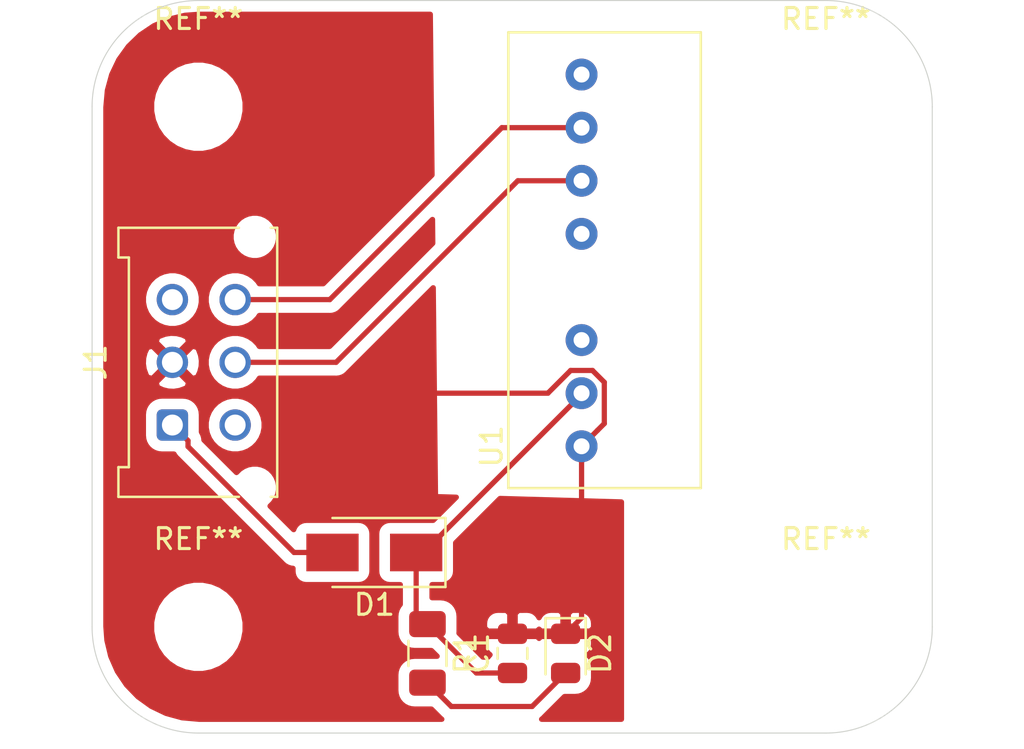
<source format=kicad_pcb>
(kicad_pcb (version 20171130) (host pcbnew "(5.1.2)-2")

  (general
    (thickness 1.6)
    (drawings 8)
    (tracks 31)
    (zones 0)
    (modules 10)
    (nets 7)
  )

  (page A4)
  (layers
    (0 F.Cu signal)
    (31 B.Cu signal)
    (32 B.Adhes user)
    (33 F.Adhes user)
    (34 B.Paste user)
    (35 F.Paste user)
    (36 B.SilkS user)
    (37 F.SilkS user)
    (38 B.Mask user)
    (39 F.Mask user)
    (40 Dwgs.User user)
    (41 Cmts.User user)
    (42 Eco1.User user)
    (43 Eco2.User user)
    (44 Edge.Cuts user)
    (45 Margin user)
    (46 B.CrtYd user)
    (47 F.CrtYd user)
    (48 B.Fab user)
    (49 F.Fab user)
  )

  (setup
    (last_trace_width 0.25)
    (trace_clearance 0.2)
    (zone_clearance 0.508)
    (zone_45_only no)
    (trace_min 0.2)
    (via_size 0.8)
    (via_drill 0.4)
    (via_min_size 0.4)
    (via_min_drill 0.3)
    (uvia_size 0.3)
    (uvia_drill 0.1)
    (uvias_allowed no)
    (uvia_min_size 0.2)
    (uvia_min_drill 0.1)
    (edge_width 0.05)
    (segment_width 0.2)
    (pcb_text_width 0.3)
    (pcb_text_size 1.5 1.5)
    (mod_edge_width 0.12)
    (mod_text_size 1 1)
    (mod_text_width 0.15)
    (pad_size 1.524 1.524)
    (pad_drill 0.762)
    (pad_to_mask_clearance 0.051)
    (solder_mask_min_width 0.25)
    (aux_axis_origin 0 0)
    (grid_origin 139.22 85.837)
    (visible_elements FFFFFF7F)
    (pcbplotparams
      (layerselection 0x010fc_ffffffff)
      (usegerberextensions false)
      (usegerberattributes false)
      (usegerberadvancedattributes false)
      (creategerberjobfile false)
      (excludeedgelayer true)
      (linewidth 0.100000)
      (plotframeref false)
      (viasonmask false)
      (mode 1)
      (useauxorigin false)
      (hpglpennumber 1)
      (hpglpenspeed 20)
      (hpglpendiameter 15.000000)
      (psnegative false)
      (psa4output false)
      (plotreference true)
      (plotvalue true)
      (plotinvisibletext false)
      (padsonsilk false)
      (subtractmaskfromsilk false)
      (outputformat 1)
      (mirror false)
      (drillshape 1)
      (scaleselection 1)
      (outputdirectory ""))
  )

  (net 0 "")
  (net 1 GND)
  (net 2 "Net-(C1-Pad1)")
  (net 3 "Net-(D1-Pad2)")
  (net 4 "Net-(D2-Pad2)")
  (net 5 GNDD)
  (net 6 +12P)

  (net_class Default "This is the default net class."
    (clearance 0.2)
    (trace_width 0.25)
    (via_dia 0.8)
    (via_drill 0.4)
    (uvia_dia 0.3)
    (uvia_drill 0.1)
    (add_net +12P)
    (add_net GND)
    (add_net GNDD)
    (add_net "Net-(C1-Pad1)")
    (add_net "Net-(D1-Pad2)")
    (add_net "Net-(D2-Pad2)")
    (add_net "Net-(J1-Pad3)")
    (add_net "Net-(J1-Pad4)")
    (add_net "Net-(U1-Pad3)")
    (add_net "Net-(U1-Pad5)")
    (add_net "Net-(U1-Pad8)")
  )

  (module MountingHole:MountingHole_3.2mm_M3 locked (layer F.Cu) (tedit 56D1B4CB) (tstamp 5EAD0AFB)
    (at 139.22 85.837)
    (descr "Mounting Hole 3.2mm, no annular, M3")
    (tags "mounting hole 3.2mm no annular m3")
    (attr virtual)
    (fp_text reference REF** (at 0 -4.2) (layer F.SilkS)
      (effects (font (size 1 1) (thickness 0.15)))
    )
    (fp_text value MountingHole_3.2mm_M3 (at 0 4.2) (layer F.Fab)
      (effects (font (size 1 1) (thickness 0.15)))
    )
    (fp_text user %R (at 0.3 0) (layer F.Fab)
      (effects (font (size 1 1) (thickness 0.15)))
    )
    (fp_circle (center 0 0) (end 3.2 0) (layer Cmts.User) (width 0.15))
    (fp_circle (center 0 0) (end 3.45 0) (layer F.CrtYd) (width 0.05))
    (pad 1 np_thru_hole circle (at 0 0) (size 3.2 3.2) (drill 3.2) (layers *.Cu *.Mask))
  )

  (module MountingHole:MountingHole_3.2mm_M3 locked (layer F.Cu) (tedit 56D1B4CB) (tstamp 5EAD0AF4)
    (at 109.22 85.837)
    (descr "Mounting Hole 3.2mm, no annular, M3")
    (tags "mounting hole 3.2mm no annular m3")
    (attr virtual)
    (fp_text reference REF** (at 0 -4.2) (layer F.SilkS)
      (effects (font (size 1 1) (thickness 0.15)))
    )
    (fp_text value MountingHole_3.2mm_M3 (at 0 4.2) (layer F.Fab)
      (effects (font (size 1 1) (thickness 0.15)))
    )
    (fp_circle (center 0 0) (end 3.45 0) (layer F.CrtYd) (width 0.05))
    (fp_circle (center 0 0) (end 3.2 0) (layer Cmts.User) (width 0.15))
    (fp_text user %R (at 0.3 0) (layer F.Fab)
      (effects (font (size 1 1) (thickness 0.15)))
    )
    (pad 1 np_thru_hole circle (at 0 0) (size 3.2 3.2) (drill 3.2) (layers *.Cu *.Mask))
  )

  (module MountingHole:MountingHole_3.2mm_M3 locked (layer F.Cu) (tedit 56D1B4CB) (tstamp 5EAD0AC4)
    (at 109.22 60.96)
    (descr "Mounting Hole 3.2mm, no annular, M3")
    (tags "mounting hole 3.2mm no annular m3")
    (attr virtual)
    (fp_text reference REF** (at 0 -4.2) (layer F.SilkS)
      (effects (font (size 1 1) (thickness 0.15)))
    )
    (fp_text value MountingHole_3.2mm_M3 (at 0 4.2) (layer F.Fab)
      (effects (font (size 1 1) (thickness 0.15)))
    )
    (fp_text user %R (at 0.3 0) (layer F.Fab)
      (effects (font (size 1 1) (thickness 0.15)))
    )
    (fp_circle (center 0 0) (end 3.2 0) (layer Cmts.User) (width 0.15))
    (fp_circle (center 0 0) (end 3.45 0) (layer F.CrtYd) (width 0.05))
    (pad 1 np_thru_hole circle (at 0 0) (size 3.2 3.2) (drill 3.2) (layers *.Cu *.Mask))
  )

  (module MountingHole:MountingHole_3.2mm_M3 locked (layer F.Cu) (tedit 56D1B4CB) (tstamp 5EAD0A3E)
    (at 139.22 60.96)
    (descr "Mounting Hole 3.2mm, no annular, M3")
    (tags "mounting hole 3.2mm no annular m3")
    (attr virtual)
    (fp_text reference REF** (at 0 -4.2) (layer F.SilkS)
      (effects (font (size 1 1) (thickness 0.15)))
    )
    (fp_text value MountingHole_3.2mm_M3 (at 0 4.2) (layer F.Fab)
      (effects (font (size 1 1) (thickness 0.15)))
    )
    (fp_circle (center 0 0) (end 3.45 0) (layer F.CrtYd) (width 0.05))
    (fp_circle (center 0 0) (end 3.2 0) (layer Cmts.User) (width 0.15))
    (fp_text user %R (at 0.3 0) (layer F.Fab)
      (effects (font (size 1 1) (thickness 0.15)))
    )
    (pad 1 np_thru_hole circle (at 0 0) (size 3.2 3.2) (drill 3.2) (layers *.Cu *.Mask))
  )

  (module components:SPAN02 (layer F.Cu) (tedit 5EACB631) (tstamp 5EAD08D7)
    (at 127.536 77.201 90)
    (path /5EAD0B17)
    (fp_text reference U1 (at 0 -4.3 90) (layer F.SilkS)
      (effects (font (size 1 1) (thickness 0.15)))
    )
    (fp_text value SPAN02A (at 17.3 6.7 90) (layer F.Fab)
      (effects (font (size 1 1) (thickness 0.15)))
    )
    (fp_line (start -2 5.7) (end -2 -3.5) (layer F.CrtYd) (width 0.12))
    (fp_line (start 19.8 5.7) (end -2 5.7) (layer F.CrtYd) (width 0.12))
    (fp_line (start 19.8 -3.5) (end 19.8 5.7) (layer F.CrtYd) (width 0.12))
    (fp_line (start -2 -3.5) (end 19.8 -3.5) (layer F.CrtYd) (width 0.12))
    (fp_line (start -2 5.7) (end 19.8 5.7) (layer F.SilkS) (width 0.12))
    (fp_line (start -2 5.7) (end -2 -3.5) (layer F.SilkS) (width 0.12))
    (fp_line (start 19.8 -3.5) (end 19.8 5.7) (layer F.SilkS) (width 0.12))
    (fp_line (start -2 -3.5) (end 19.8 -3.5) (layer F.SilkS) (width 0.12))
    (pad 8 thru_hole circle (at 17.78 0 90) (size 1.524 1.524) (drill 0.762) (layers *.Cu *.Mask))
    (pad 7 thru_hole circle (at 15.24 0 90) (size 1.524 1.524) (drill 0.762) (layers *.Cu *.Mask)
      (net 5 GNDD))
    (pad 6 thru_hole circle (at 12.7 0 90) (size 1.524 1.524) (drill 0.762) (layers *.Cu *.Mask)
      (net 6 +12P))
    (pad 5 thru_hole circle (at 10.16 0 90) (size 1.524 1.524) (drill 0.762) (layers *.Cu *.Mask))
    (pad 3 thru_hole circle (at 5.08 0 90) (size 1.524 1.524) (drill 0.762) (layers *.Cu *.Mask))
    (pad 2 thru_hole circle (at 2.54 0 90) (size 1.524 1.524) (drill 0.762) (layers *.Cu *.Mask)
      (net 2 "Net-(C1-Pad1)"))
    (pad 1 thru_hole circle (at 0 0 90) (size 1.524 1.524) (drill 0.762) (layers *.Cu *.Mask)
      (net 1 GND))
  )

  (module Resistor_SMD:R_1206_3216Metric (layer F.Cu) (tedit 5B301BBD) (tstamp 5EAD03ED)
    (at 120.17 87.107 270)
    (descr "Resistor SMD 1206 (3216 Metric), square (rectangular) end terminal, IPC_7351 nominal, (Body size source: http://www.tortai-tech.com/upload/download/2011102023233369053.pdf), generated with kicad-footprint-generator")
    (tags resistor)
    (path /5EACD86C)
    (attr smd)
    (fp_text reference R1 (at 0 -1.82 90) (layer F.SilkS)
      (effects (font (size 1 1) (thickness 0.15)))
    )
    (fp_text value R (at 0 1.82 90) (layer F.Fab)
      (effects (font (size 1 1) (thickness 0.15)))
    )
    (fp_text user %R (at 0 0 90) (layer F.Fab)
      (effects (font (size 0.8 0.8) (thickness 0.12)))
    )
    (fp_line (start 2.28 1.12) (end -2.28 1.12) (layer F.CrtYd) (width 0.05))
    (fp_line (start 2.28 -1.12) (end 2.28 1.12) (layer F.CrtYd) (width 0.05))
    (fp_line (start -2.28 -1.12) (end 2.28 -1.12) (layer F.CrtYd) (width 0.05))
    (fp_line (start -2.28 1.12) (end -2.28 -1.12) (layer F.CrtYd) (width 0.05))
    (fp_line (start -0.602064 0.91) (end 0.602064 0.91) (layer F.SilkS) (width 0.12))
    (fp_line (start -0.602064 -0.91) (end 0.602064 -0.91) (layer F.SilkS) (width 0.12))
    (fp_line (start 1.6 0.8) (end -1.6 0.8) (layer F.Fab) (width 0.1))
    (fp_line (start 1.6 -0.8) (end 1.6 0.8) (layer F.Fab) (width 0.1))
    (fp_line (start -1.6 -0.8) (end 1.6 -0.8) (layer F.Fab) (width 0.1))
    (fp_line (start -1.6 0.8) (end -1.6 -0.8) (layer F.Fab) (width 0.1))
    (pad 2 smd roundrect (at 1.4 0 270) (size 1.25 1.75) (layers F.Cu F.Paste F.Mask) (roundrect_rratio 0.2)
      (net 4 "Net-(D2-Pad2)"))
    (pad 1 smd roundrect (at -1.4 0 270) (size 1.25 1.75) (layers F.Cu F.Paste F.Mask) (roundrect_rratio 0.2)
      (net 2 "Net-(C1-Pad1)"))
    (model ${KISYS3DMOD}/Resistor_SMD.3dshapes/R_1206_3216Metric.wrl
      (at (xyz 0 0 0))
      (scale (xyz 1 1 1))
      (rotate (xyz 0 0 0))
    )
  )

  (module Connector_Molex:Molex_Micro-Fit_3.0_43045-0612_2x03_P3.00mm_Vertical (layer F.Cu) (tedit 5B78138F) (tstamp 5EAD03DC)
    (at 107.978 76.185 90)
    (descr "Molex Micro-Fit 3.0 Connector System, 43045-0612 (compatible alternatives: 43045-0613, 43045-0624), 3 Pins per row (http://www.molex.com/pdm_docs/sd/430450212_sd.pdf), generated with kicad-footprint-generator")
    (tags "connector Molex Micro-Fit_3.0 side entry")
    (path /5EACB0BC)
    (fp_text reference J1 (at 3 -3.67 90) (layer F.SilkS)
      (effects (font (size 1 1) (thickness 0.15)))
    )
    (fp_text value Conn_01x06_Male (at 3 7.5 90) (layer F.Fab)
      (effects (font (size 1 1) (thickness 0.15)))
    )
    (fp_text user %R (at 3 4.2 90) (layer F.Fab)
      (effects (font (size 1 1) (thickness 0.15)))
    )
    (fp_line (start -3.82 6.8) (end -3.82 -2.97) (layer F.CrtYd) (width 0.05))
    (fp_line (start 9.82 6.8) (end -3.82 6.8) (layer F.CrtYd) (width 0.05))
    (fp_line (start 9.82 -2.97) (end 9.82 6.8) (layer F.CrtYd) (width 0.05))
    (fp_line (start -3.82 -2.97) (end 9.82 -2.97) (layer F.CrtYd) (width 0.05))
    (fp_line (start 9.435 -2.58) (end 9.435 3.18) (layer F.SilkS) (width 0.12))
    (fp_line (start 8.015 -2.58) (end 9.435 -2.58) (layer F.SilkS) (width 0.12))
    (fp_line (start 8.015 -2.08) (end 8.015 -2.58) (layer F.SilkS) (width 0.12))
    (fp_line (start -2.015 -2.08) (end 8.015 -2.08) (layer F.SilkS) (width 0.12))
    (fp_line (start -2.015 -2.58) (end -2.015 -2.08) (layer F.SilkS) (width 0.12))
    (fp_line (start -3.435 -2.58) (end -2.015 -2.58) (layer F.SilkS) (width 0.12))
    (fp_line (start -3.435 3.18) (end -3.435 -2.58) (layer F.SilkS) (width 0.12))
    (fp_line (start 9.435 5.01) (end 9.435 4.7) (layer F.SilkS) (width 0.12))
    (fp_line (start -3.435 5.01) (end 9.435 5.01) (layer F.SilkS) (width 0.12))
    (fp_line (start -3.435 4.7) (end -3.435 5.01) (layer F.SilkS) (width 0.12))
    (fp_line (start 0 -1.262893) (end 0.5 -1.97) (layer F.Fab) (width 0.1))
    (fp_line (start -0.5 -1.97) (end 0 -1.262893) (layer F.Fab) (width 0.1))
    (fp_line (start 3.7 6.3) (end 3.7 4.9) (layer F.Fab) (width 0.1))
    (fp_line (start 2.3 6.3) (end 3.7 6.3) (layer F.Fab) (width 0.1))
    (fp_line (start 2.3 4.9) (end 2.3 6.3) (layer F.Fab) (width 0.1))
    (fp_line (start 9.325 -1.34) (end 8.125 -1.97) (layer F.Fab) (width 0.1))
    (fp_line (start -3.325 -1.34) (end -2.125 -1.97) (layer F.Fab) (width 0.1))
    (fp_line (start 8.125 -1.97) (end -2.125 -1.97) (layer F.Fab) (width 0.1))
    (fp_line (start 8.125 -2.47) (end 8.125 -1.97) (layer F.Fab) (width 0.1))
    (fp_line (start 9.325 -2.47) (end 8.125 -2.47) (layer F.Fab) (width 0.1))
    (fp_line (start 9.325 4.9) (end 9.325 -2.47) (layer F.Fab) (width 0.1))
    (fp_line (start -3.325 4.9) (end 9.325 4.9) (layer F.Fab) (width 0.1))
    (fp_line (start -3.325 -2.47) (end -3.325 4.9) (layer F.Fab) (width 0.1))
    (fp_line (start -2.125 -2.47) (end -3.325 -2.47) (layer F.Fab) (width 0.1))
    (fp_line (start -2.125 -1.97) (end -2.125 -2.47) (layer F.Fab) (width 0.1))
    (pad 6 thru_hole circle (at 6 3 90) (size 1.5 1.5) (drill 1) (layers *.Cu *.Mask)
      (net 5 GNDD))
    (pad 5 thru_hole circle (at 3 3 90) (size 1.5 1.5) (drill 1) (layers *.Cu *.Mask)
      (net 6 +12P))
    (pad 4 thru_hole circle (at 0 3 90) (size 1.5 1.5) (drill 1) (layers *.Cu *.Mask))
    (pad 3 thru_hole circle (at 6 0 90) (size 1.5 1.5) (drill 1) (layers *.Cu *.Mask))
    (pad 2 thru_hole circle (at 3 0 90) (size 1.5 1.5) (drill 1) (layers *.Cu *.Mask)
      (net 1 GND))
    (pad 1 thru_hole roundrect (at 0 0 90) (size 1.5 1.5) (drill 1) (layers *.Cu *.Mask) (roundrect_rratio 0.166667)
      (net 3 "Net-(D1-Pad2)"))
    (pad "" np_thru_hole circle (at 9 3.94 90) (size 1 1) (drill 1) (layers *.Cu *.Mask))
    (pad "" np_thru_hole circle (at -3 3.94 90) (size 1 1) (drill 1) (layers *.Cu *.Mask))
    (model ${KISYS3DMOD}/Connector_Molex.3dshapes/Molex_Micro-Fit_3.0_43045-0612_2x03_P3.00mm_Vertical.wrl
      (at (xyz 0 0 0))
      (scale (xyz 1 1 1))
      (rotate (xyz 0 0 0))
    )
  )

  (module LED_SMD:LED_0805_2012Metric (layer F.Cu) (tedit 5B36C52C) (tstamp 5EAD03B2)
    (at 126.774 87.107 270)
    (descr "LED SMD 0805 (2012 Metric), square (rectangular) end terminal, IPC_7351 nominal, (Body size source: https://docs.google.com/spreadsheets/d/1BsfQQcO9C6DZCsRaXUlFlo91Tg2WpOkGARC1WS5S8t0/edit?usp=sharing), generated with kicad-footprint-generator")
    (tags diode)
    (path /5EACCED1)
    (attr smd)
    (fp_text reference D2 (at 0 -1.65 90) (layer F.SilkS)
      (effects (font (size 1 1) (thickness 0.15)))
    )
    (fp_text value LED (at 0 1.65 90) (layer F.Fab)
      (effects (font (size 1 1) (thickness 0.15)))
    )
    (fp_text user %R (at 0 0 90) (layer F.Fab)
      (effects (font (size 0.5 0.5) (thickness 0.08)))
    )
    (fp_line (start 1.68 0.95) (end -1.68 0.95) (layer F.CrtYd) (width 0.05))
    (fp_line (start 1.68 -0.95) (end 1.68 0.95) (layer F.CrtYd) (width 0.05))
    (fp_line (start -1.68 -0.95) (end 1.68 -0.95) (layer F.CrtYd) (width 0.05))
    (fp_line (start -1.68 0.95) (end -1.68 -0.95) (layer F.CrtYd) (width 0.05))
    (fp_line (start -1.685 0.96) (end 1 0.96) (layer F.SilkS) (width 0.12))
    (fp_line (start -1.685 -0.96) (end -1.685 0.96) (layer F.SilkS) (width 0.12))
    (fp_line (start 1 -0.96) (end -1.685 -0.96) (layer F.SilkS) (width 0.12))
    (fp_line (start 1 0.6) (end 1 -0.6) (layer F.Fab) (width 0.1))
    (fp_line (start -1 0.6) (end 1 0.6) (layer F.Fab) (width 0.1))
    (fp_line (start -1 -0.3) (end -1 0.6) (layer F.Fab) (width 0.1))
    (fp_line (start -0.7 -0.6) (end -1 -0.3) (layer F.Fab) (width 0.1))
    (fp_line (start 1 -0.6) (end -0.7 -0.6) (layer F.Fab) (width 0.1))
    (pad 2 smd roundrect (at 0.9375 0 270) (size 0.975 1.4) (layers F.Cu F.Paste F.Mask) (roundrect_rratio 0.25)
      (net 4 "Net-(D2-Pad2)"))
    (pad 1 smd roundrect (at -0.9375 0 270) (size 0.975 1.4) (layers F.Cu F.Paste F.Mask) (roundrect_rratio 0.25)
      (net 1 GND))
    (model ${KISYS3DMOD}/LED_SMD.3dshapes/LED_0805_2012Metric.wrl
      (at (xyz 0 0 0))
      (scale (xyz 1 1 1))
      (rotate (xyz 0 0 0))
    )
  )

  (module Diode_SMD:D_SMA (layer F.Cu) (tedit 586432E5) (tstamp 5EAD039F)
    (at 117.63 82.281 180)
    (descr "Diode SMA (DO-214AC)")
    (tags "Diode SMA (DO-214AC)")
    (path /5EACC44E)
    (attr smd)
    (fp_text reference D1 (at 0 -2.5) (layer F.SilkS)
      (effects (font (size 1 1) (thickness 0.15)))
    )
    (fp_text value D (at 0 2.6) (layer F.Fab)
      (effects (font (size 1 1) (thickness 0.15)))
    )
    (fp_line (start -3.4 -1.65) (end 2 -1.65) (layer F.SilkS) (width 0.12))
    (fp_line (start -3.4 1.65) (end 2 1.65) (layer F.SilkS) (width 0.12))
    (fp_line (start -0.64944 0.00102) (end 0.50118 -0.79908) (layer F.Fab) (width 0.1))
    (fp_line (start -0.64944 0.00102) (end 0.50118 0.75032) (layer F.Fab) (width 0.1))
    (fp_line (start 0.50118 0.75032) (end 0.50118 -0.79908) (layer F.Fab) (width 0.1))
    (fp_line (start -0.64944 -0.79908) (end -0.64944 0.80112) (layer F.Fab) (width 0.1))
    (fp_line (start 0.50118 0.00102) (end 1.4994 0.00102) (layer F.Fab) (width 0.1))
    (fp_line (start -0.64944 0.00102) (end -1.55114 0.00102) (layer F.Fab) (width 0.1))
    (fp_line (start -3.5 1.75) (end -3.5 -1.75) (layer F.CrtYd) (width 0.05))
    (fp_line (start 3.5 1.75) (end -3.5 1.75) (layer F.CrtYd) (width 0.05))
    (fp_line (start 3.5 -1.75) (end 3.5 1.75) (layer F.CrtYd) (width 0.05))
    (fp_line (start -3.5 -1.75) (end 3.5 -1.75) (layer F.CrtYd) (width 0.05))
    (fp_line (start 2.3 -1.5) (end -2.3 -1.5) (layer F.Fab) (width 0.1))
    (fp_line (start 2.3 -1.5) (end 2.3 1.5) (layer F.Fab) (width 0.1))
    (fp_line (start -2.3 1.5) (end -2.3 -1.5) (layer F.Fab) (width 0.1))
    (fp_line (start 2.3 1.5) (end -2.3 1.5) (layer F.Fab) (width 0.1))
    (fp_line (start -3.4 -1.65) (end -3.4 1.65) (layer F.SilkS) (width 0.12))
    (fp_text user %R (at 0 -2.5) (layer F.Fab)
      (effects (font (size 1 1) (thickness 0.15)))
    )
    (pad 2 smd rect (at 2 0 180) (size 2.5 1.8) (layers F.Cu F.Paste F.Mask)
      (net 3 "Net-(D1-Pad2)"))
    (pad 1 smd rect (at -2 0 180) (size 2.5 1.8) (layers F.Cu F.Paste F.Mask)
      (net 2 "Net-(C1-Pad1)"))
    (model ${KISYS3DMOD}/Diode_SMD.3dshapes/D_SMA.wrl
      (at (xyz 0 0 0))
      (scale (xyz 1 1 1))
      (rotate (xyz 0 0 0))
    )
  )

  (module Capacitor_SMD:C_0805_2012Metric (layer F.Cu) (tedit 5B36C52B) (tstamp 5EAD0387)
    (at 124.234 87.107 90)
    (descr "Capacitor SMD 0805 (2012 Metric), square (rectangular) end terminal, IPC_7351 nominal, (Body size source: https://docs.google.com/spreadsheets/d/1BsfQQcO9C6DZCsRaXUlFlo91Tg2WpOkGARC1WS5S8t0/edit?usp=sharing), generated with kicad-footprint-generator")
    (tags capacitor)
    (path /5EACEC3E)
    (attr smd)
    (fp_text reference C1 (at 0 -1.65 90) (layer F.SilkS)
      (effects (font (size 1 1) (thickness 0.15)))
    )
    (fp_text value C (at 0 1.65 90) (layer F.Fab)
      (effects (font (size 1 1) (thickness 0.15)))
    )
    (fp_text user %R (at 0 0 90) (layer F.Fab)
      (effects (font (size 0.5 0.5) (thickness 0.08)))
    )
    (fp_line (start 1.68 0.95) (end -1.68 0.95) (layer F.CrtYd) (width 0.05))
    (fp_line (start 1.68 -0.95) (end 1.68 0.95) (layer F.CrtYd) (width 0.05))
    (fp_line (start -1.68 -0.95) (end 1.68 -0.95) (layer F.CrtYd) (width 0.05))
    (fp_line (start -1.68 0.95) (end -1.68 -0.95) (layer F.CrtYd) (width 0.05))
    (fp_line (start -0.258578 0.71) (end 0.258578 0.71) (layer F.SilkS) (width 0.12))
    (fp_line (start -0.258578 -0.71) (end 0.258578 -0.71) (layer F.SilkS) (width 0.12))
    (fp_line (start 1 0.6) (end -1 0.6) (layer F.Fab) (width 0.1))
    (fp_line (start 1 -0.6) (end 1 0.6) (layer F.Fab) (width 0.1))
    (fp_line (start -1 -0.6) (end 1 -0.6) (layer F.Fab) (width 0.1))
    (fp_line (start -1 0.6) (end -1 -0.6) (layer F.Fab) (width 0.1))
    (pad 2 smd roundrect (at 0.9375 0 90) (size 0.975 1.4) (layers F.Cu F.Paste F.Mask) (roundrect_rratio 0.25)
      (net 1 GND))
    (pad 1 smd roundrect (at -0.9375 0 90) (size 0.975 1.4) (layers F.Cu F.Paste F.Mask) (roundrect_rratio 0.25)
      (net 2 "Net-(C1-Pad1)"))
    (model ${KISYS3DMOD}/Capacitor_SMD.3dshapes/C_0805_2012Metric.wrl
      (at (xyz 0 0 0))
      (scale (xyz 1 1 1))
      (rotate (xyz 0 0 0))
    )
  )

  (gr_line (start 109.22 90.917) (end 139.22 90.917) (layer Edge.Cuts) (width 0.05) (tstamp 5EAD0C26))
  (gr_line (start 104.14 60.96) (end 104.14 85.837) (layer Edge.Cuts) (width 0.05) (tstamp 5EAD0C25))
  (gr_line (start 139.22 55.88) (end 109.22 55.88) (layer Edge.Cuts) (width 0.05) (tstamp 5EAD0C24))
  (gr_line (start 144.3 85.837) (end 144.3 60.96) (layer Edge.Cuts) (width 0.05) (tstamp 5EAD0C23))
  (gr_arc (start 139.22 85.837) (end 139.22 90.917) (angle -90) (layer Edge.Cuts) (width 0.05))
  (gr_arc (start 109.22 85.837) (end 104.14 85.837) (angle -90) (layer Edge.Cuts) (width 0.05))
  (gr_arc (start 139.22 60.96) (end 144.3 60.96) (angle -90) (layer Edge.Cuts) (width 0.05))
  (gr_arc (start 109.22 60.96) (end 109.22 55.88) (angle -90) (layer Edge.Cuts) (width 0.05))

  (segment (start 124.234 86.1695) (end 126.774 86.1695) (width 0.25) (layer F.Cu) (net 1))
  (segment (start 127.536 85.4075) (end 126.774 86.1695) (width 0.25) (layer F.Cu) (net 1))
  (segment (start 127.536 77.201) (end 127.536 85.4075) (width 0.25) (layer F.Cu) (net 1))
  (segment (start 107.978 73.185) (end 109.454 74.661) (width 0.25) (layer F.Cu) (net 1))
  (segment (start 128.297999 76.439001) (end 127.536 77.201) (width 0.25) (layer F.Cu) (net 1))
  (segment (start 128.623001 76.113999) (end 128.297999 76.439001) (width 0.25) (layer F.Cu) (net 1))
  (segment (start 128.057761 73.573999) (end 128.623001 74.139239) (width 0.25) (layer F.Cu) (net 1))
  (segment (start 125.927238 74.661) (end 127.014239 73.573999) (width 0.25) (layer F.Cu) (net 1))
  (segment (start 128.623001 74.139239) (end 128.623001 76.113999) (width 0.25) (layer F.Cu) (net 1))
  (segment (start 109.454 74.661) (end 125.927238 74.661) (width 0.25) (layer F.Cu) (net 1))
  (segment (start 127.014239 73.573999) (end 128.057761 73.573999) (width 0.25) (layer F.Cu) (net 1))
  (segment (start 122.5075 88.0445) (end 124.234 88.0445) (width 0.25) (layer F.Cu) (net 2))
  (segment (start 120.17 85.707) (end 122.5075 88.0445) (width 0.25) (layer F.Cu) (net 2))
  (segment (start 119.63 85.167) (end 120.17 85.707) (width 0.25) (layer F.Cu) (net 2))
  (segment (start 119.63 82.281) (end 119.63 85.167) (width 0.25) (layer F.Cu) (net 2))
  (segment (start 119.63 82.281) (end 119.98 82.281) (width 0.25) (layer F.Cu) (net 2))
  (segment (start 127.536 74.725) (end 127.536 74.661) (width 0.25) (layer F.Cu) (net 2))
  (segment (start 119.98 82.281) (end 127.536 74.725) (width 0.25) (layer F.Cu) (net 2))
  (segment (start 108.725487 76.932487) (end 107.978 76.185) (width 0.25) (layer F.Cu) (net 3))
  (segment (start 108.725487 77.213489) (end 108.725487 76.932487) (width 0.25) (layer F.Cu) (net 3))
  (segment (start 113.792998 82.281) (end 108.725487 77.213489) (width 0.25) (layer F.Cu) (net 3))
  (segment (start 115.63 82.281) (end 113.792998 82.281) (width 0.25) (layer F.Cu) (net 3))
  (segment (start 120.17 88.507) (end 121.31 89.647) (width 0.25) (layer F.Cu) (net 4))
  (segment (start 125.1715 89.647) (end 126.774 88.0445) (width 0.25) (layer F.Cu) (net 4))
  (segment (start 121.31 89.647) (end 125.1715 89.647) (width 0.25) (layer F.Cu) (net 4))
  (segment (start 110.978 70.185) (end 115.502 70.185) (width 0.25) (layer F.Cu) (net 5))
  (segment (start 123.726 61.961) (end 127.536 61.961) (width 0.25) (layer F.Cu) (net 5))
  (segment (start 115.502 70.185) (end 123.726 61.961) (width 0.25) (layer F.Cu) (net 5))
  (segment (start 110.978 73.185) (end 115.804 73.185) (width 0.25) (layer F.Cu) (net 6))
  (segment (start 124.488 64.501) (end 127.536 64.501) (width 0.25) (layer F.Cu) (net 6))
  (segment (start 115.804 73.185) (end 124.488 64.501) (width 0.25) (layer F.Cu) (net 6))

  (zone (net 1) (net_name GND) (layer F.Cu) (tstamp 0) (hatch edge 0.508)
    (connect_pads (clearance 0.508))
    (min_thickness 0.254)
    (fill yes (arc_segments 32) (thermal_gap 0.508) (thermal_bridge_width 0.508))
    (polygon
      (pts
        (xy 104.422 55.865) (xy 120.424 55.865) (xy 120.678 79.487) (xy 129.568 79.741) (xy 129.568 91.679)
        (xy 103.406 90.917)
      )
    )
    (filled_polygon
      (pts
        (xy 129.441 79.864423) (xy 129.441 90.257) (xy 125.626207 90.257) (xy 125.711501 90.187001) (xy 125.735304 90.157997)
        (xy 126.72323 89.170072) (xy 127.23025 89.170072) (xy 127.402285 89.153128) (xy 127.567709 89.102947) (xy 127.720164 89.021458)
        (xy 127.853792 88.911792) (xy 127.963458 88.778164) (xy 128.044947 88.625709) (xy 128.095128 88.460285) (xy 128.112072 88.28825)
        (xy 128.112072 87.80075) (xy 128.095128 87.628715) (xy 128.044947 87.463291) (xy 127.963458 87.310836) (xy 127.853792 87.177208)
        (xy 127.847436 87.171992) (xy 127.925185 87.108185) (xy 128.004537 87.011494) (xy 128.063502 86.90118) (xy 128.099812 86.781482)
        (xy 128.112072 86.657) (xy 128.109 86.45525) (xy 127.95025 86.2965) (xy 126.901 86.2965) (xy 126.901 86.3165)
        (xy 126.647 86.3165) (xy 126.647 86.2965) (xy 125.59775 86.2965) (xy 125.504 86.39025) (xy 125.41025 86.2965)
        (xy 124.361 86.2965) (xy 124.361 86.3165) (xy 124.107 86.3165) (xy 124.107 86.2965) (xy 123.05775 86.2965)
        (xy 122.899 86.45525) (xy 122.895928 86.657) (xy 122.908188 86.781482) (xy 122.944498 86.90118) (xy 123.003463 87.011494)
        (xy 123.082815 87.108185) (xy 123.160564 87.171992) (xy 123.154208 87.177208) (xy 123.066155 87.2845) (xy 122.822302 87.2845)
        (xy 121.677399 86.139598) (xy 121.683072 86.082) (xy 121.683072 85.682) (xy 122.895928 85.682) (xy 122.899 85.88375)
        (xy 123.05775 86.0425) (xy 124.107 86.0425) (xy 124.107 85.20575) (xy 124.361 85.20575) (xy 124.361 86.0425)
        (xy 125.41025 86.0425) (xy 125.504 85.94875) (xy 125.59775 86.0425) (xy 126.647 86.0425) (xy 126.647 85.20575)
        (xy 126.901 85.20575) (xy 126.901 86.0425) (xy 127.95025 86.0425) (xy 128.109 85.88375) (xy 128.112072 85.682)
        (xy 128.099812 85.557518) (xy 128.063502 85.43782) (xy 128.004537 85.327506) (xy 127.925185 85.230815) (xy 127.828494 85.151463)
        (xy 127.71818 85.092498) (xy 127.598482 85.056188) (xy 127.474 85.043928) (xy 127.05975 85.047) (xy 126.901 85.20575)
        (xy 126.647 85.20575) (xy 126.48825 85.047) (xy 126.074 85.043928) (xy 125.949518 85.056188) (xy 125.82982 85.092498)
        (xy 125.719506 85.151463) (xy 125.622815 85.230815) (xy 125.543463 85.327506) (xy 125.504 85.401335) (xy 125.464537 85.327506)
        (xy 125.385185 85.230815) (xy 125.288494 85.151463) (xy 125.17818 85.092498) (xy 125.058482 85.056188) (xy 124.934 85.043928)
        (xy 124.51975 85.047) (xy 124.361 85.20575) (xy 124.107 85.20575) (xy 123.94825 85.047) (xy 123.534 85.043928)
        (xy 123.409518 85.056188) (xy 123.28982 85.092498) (xy 123.179506 85.151463) (xy 123.082815 85.230815) (xy 123.003463 85.327506)
        (xy 122.944498 85.43782) (xy 122.908188 85.557518) (xy 122.895928 85.682) (xy 121.683072 85.682) (xy 121.683072 85.332)
        (xy 121.666008 85.158746) (xy 121.615472 84.99215) (xy 121.533405 84.838614) (xy 121.422962 84.704038) (xy 121.288386 84.593595)
        (xy 121.13485 84.511528) (xy 120.968254 84.460992) (xy 120.795 84.443928) (xy 120.39 84.443928) (xy 120.39 83.819072)
        (xy 120.88 83.819072) (xy 121.004482 83.806812) (xy 121.12418 83.770502) (xy 121.234494 83.711537) (xy 121.331185 83.632185)
        (xy 121.410537 83.535494) (xy 121.469502 83.42518) (xy 121.505812 83.305482) (xy 121.518072 83.181) (xy 121.518072 81.817729)
        (xy 123.637201 79.6986)
      )
    )
    (filled_polygon
      (pts
        (xy 120.386888 64.22531) (xy 115.187199 69.425) (xy 112.135909 69.425) (xy 112.053799 69.302114) (xy 111.860886 69.109201)
        (xy 111.634043 68.957629) (xy 111.381989 68.853225) (xy 111.114411 68.8) (xy 110.841589 68.8) (xy 110.574011 68.853225)
        (xy 110.321957 68.957629) (xy 110.095114 69.109201) (xy 109.902201 69.302114) (xy 109.750629 69.528957) (xy 109.646225 69.781011)
        (xy 109.593 70.048589) (xy 109.593 70.321411) (xy 109.646225 70.588989) (xy 109.750629 70.841043) (xy 109.902201 71.067886)
        (xy 110.095114 71.260799) (xy 110.321957 71.412371) (xy 110.574011 71.516775) (xy 110.841589 71.57) (xy 111.114411 71.57)
        (xy 111.381989 71.516775) (xy 111.634043 71.412371) (xy 111.860886 71.260799) (xy 112.053799 71.067886) (xy 112.135909 70.945)
        (xy 115.464678 70.945) (xy 115.502 70.948676) (xy 115.539322 70.945) (xy 115.539333 70.945) (xy 115.650986 70.934003)
        (xy 115.794247 70.890546) (xy 115.926276 70.819974) (xy 116.042001 70.725001) (xy 116.065804 70.695997) (xy 120.409756 66.352045)
        (xy 120.422016 67.492183) (xy 115.489199 72.425) (xy 112.135909 72.425) (xy 112.053799 72.302114) (xy 111.860886 72.109201)
        (xy 111.634043 71.957629) (xy 111.381989 71.853225) (xy 111.114411 71.8) (xy 110.841589 71.8) (xy 110.574011 71.853225)
        (xy 110.321957 71.957629) (xy 110.095114 72.109201) (xy 109.902201 72.302114) (xy 109.750629 72.528957) (xy 109.646225 72.781011)
        (xy 109.593 73.048589) (xy 109.593 73.321411) (xy 109.646225 73.588989) (xy 109.750629 73.841043) (xy 109.902201 74.067886)
        (xy 110.095114 74.260799) (xy 110.321957 74.412371) (xy 110.574011 74.516775) (xy 110.841589 74.57) (xy 111.114411 74.57)
        (xy 111.381989 74.516775) (xy 111.634043 74.412371) (xy 111.860886 74.260799) (xy 112.053799 74.067886) (xy 112.135909 73.945)
        (xy 115.766678 73.945) (xy 115.804 73.948676) (xy 115.841322 73.945) (xy 115.841333 73.945) (xy 115.952986 73.934003)
        (xy 116.096247 73.890546) (xy 116.228276 73.819974) (xy 116.344001 73.725001) (xy 116.367804 73.695997) (xy 120.444884 69.618918)
        (xy 120.551007 79.488366) (xy 120.553714 79.513114) (xy 120.561197 79.53686) (xy 120.573168 79.558689) (xy 120.589168 79.577763)
        (xy 120.608582 79.593349) (xy 120.630664 79.604848) (xy 120.654564 79.611819) (xy 120.674373 79.613948) (xy 121.54731 79.638889)
        (xy 120.443271 80.742928) (xy 118.38 80.742928) (xy 118.255518 80.755188) (xy 118.13582 80.791498) (xy 118.025506 80.850463)
        (xy 117.928815 80.929815) (xy 117.849463 81.026506) (xy 117.790498 81.13682) (xy 117.754188 81.256518) (xy 117.741928 81.381)
        (xy 117.741928 83.181) (xy 117.754188 83.305482) (xy 117.790498 83.42518) (xy 117.849463 83.535494) (xy 117.928815 83.632185)
        (xy 118.025506 83.711537) (xy 118.13582 83.770502) (xy 118.255518 83.806812) (xy 118.38 83.819072) (xy 118.870001 83.819072)
        (xy 118.870001 84.761353) (xy 118.806595 84.838614) (xy 118.724528 84.99215) (xy 118.673992 85.158746) (xy 118.656928 85.332)
        (xy 118.656928 86.082) (xy 118.673992 86.255254) (xy 118.724528 86.42185) (xy 118.806595 86.575386) (xy 118.917038 86.709962)
        (xy 119.051614 86.820405) (xy 119.20515 86.902472) (xy 119.371746 86.953008) (xy 119.545 86.970072) (xy 120.358271 86.970072)
        (xy 120.632127 87.243928) (xy 119.545 87.243928) (xy 119.371746 87.260992) (xy 119.20515 87.311528) (xy 119.051614 87.393595)
        (xy 118.917038 87.504038) (xy 118.806595 87.638614) (xy 118.724528 87.79215) (xy 118.673992 87.958746) (xy 118.656928 88.132)
        (xy 118.656928 88.882) (xy 118.673992 89.055254) (xy 118.724528 89.22185) (xy 118.806595 89.375386) (xy 118.917038 89.509962)
        (xy 119.051614 89.620405) (xy 119.20515 89.702472) (xy 119.371746 89.753008) (xy 119.545 89.770072) (xy 120.35827 89.770072)
        (xy 120.746205 90.158008) (xy 120.769999 90.187001) (xy 120.798992 90.210795) (xy 120.798996 90.210799) (xy 120.84379 90.24756)
        (xy 120.855293 90.257) (xy 109.249392 90.257) (xy 108.437751 90.184563) (xy 107.680226 89.977328) (xy 106.971373 89.639221)
        (xy 106.33359 89.180928) (xy 105.787054 88.616945) (xy 105.349022 87.965085) (xy 105.033349 87.245963) (xy 104.848794 86.477232)
        (xy 104.8 85.812792) (xy 104.8 85.616872) (xy 106.985 85.616872) (xy 106.985 86.057128) (xy 107.07089 86.488925)
        (xy 107.239369 86.895669) (xy 107.483962 87.261729) (xy 107.795271 87.573038) (xy 108.161331 87.817631) (xy 108.568075 87.98611)
        (xy 108.999872 88.072) (xy 109.440128 88.072) (xy 109.871925 87.98611) (xy 110.278669 87.817631) (xy 110.644729 87.573038)
        (xy 110.956038 87.261729) (xy 111.200631 86.895669) (xy 111.36911 86.488925) (xy 111.455 86.057128) (xy 111.455 85.616872)
        (xy 111.36911 85.185075) (xy 111.200631 84.778331) (xy 110.956038 84.412271) (xy 110.644729 84.100962) (xy 110.278669 83.856369)
        (xy 109.871925 83.68789) (xy 109.440128 83.602) (xy 108.999872 83.602) (xy 108.568075 83.68789) (xy 108.161331 83.856369)
        (xy 107.795271 84.100962) (xy 107.483962 84.412271) (xy 107.239369 84.778331) (xy 107.07089 85.185075) (xy 106.985 85.616872)
        (xy 104.8 85.616872) (xy 104.8 75.685) (xy 106.589928 75.685) (xy 106.589928 76.685) (xy 106.606992 76.858254)
        (xy 106.657528 77.02485) (xy 106.739595 77.178386) (xy 106.850038 77.312962) (xy 106.984614 77.423405) (xy 107.13815 77.505472)
        (xy 107.304746 77.556008) (xy 107.478 77.573072) (xy 108.055934 77.573072) (xy 108.090513 77.637765) (xy 108.117749 77.670952)
        (xy 108.185486 77.75349) (xy 108.21449 77.777293) (xy 113.229199 82.792003) (xy 113.252997 82.821001) (xy 113.368722 82.915974)
        (xy 113.500751 82.986546) (xy 113.644012 83.030003) (xy 113.741928 83.039647) (xy 113.741928 83.181) (xy 113.754188 83.305482)
        (xy 113.790498 83.42518) (xy 113.849463 83.535494) (xy 113.928815 83.632185) (xy 114.025506 83.711537) (xy 114.13582 83.770502)
        (xy 114.255518 83.806812) (xy 114.38 83.819072) (xy 116.88 83.819072) (xy 117.004482 83.806812) (xy 117.12418 83.770502)
        (xy 117.234494 83.711537) (xy 117.331185 83.632185) (xy 117.410537 83.535494) (xy 117.469502 83.42518) (xy 117.505812 83.305482)
        (xy 117.518072 83.181) (xy 117.518072 81.381) (xy 117.505812 81.256518) (xy 117.469502 81.13682) (xy 117.410537 81.026506)
        (xy 117.331185 80.929815) (xy 117.234494 80.850463) (xy 117.12418 80.791498) (xy 117.004482 80.755188) (xy 116.88 80.742928)
        (xy 114.38 80.742928) (xy 114.255518 80.755188) (xy 114.13582 80.791498) (xy 114.025506 80.850463) (xy 113.928815 80.929815)
        (xy 113.849463 81.026506) (xy 113.790498 81.13682) (xy 113.774932 81.188133) (xy 112.647466 80.060666) (xy 112.799612 79.90852)
        (xy 112.923824 79.722624) (xy 113.009383 79.516067) (xy 113.053 79.296788) (xy 113.053 79.073212) (xy 113.009383 78.853933)
        (xy 112.923824 78.647376) (xy 112.799612 78.46148) (xy 112.64152 78.303388) (xy 112.455624 78.179176) (xy 112.249067 78.093617)
        (xy 112.029788 78.05) (xy 111.806212 78.05) (xy 111.586933 78.093617) (xy 111.380376 78.179176) (xy 111.19448 78.303388)
        (xy 111.042334 78.455534) (xy 109.485872 76.899073) (xy 109.485487 76.895163) (xy 109.485487 76.895155) (xy 109.47449 76.783502)
        (xy 109.431033 76.64024) (xy 109.366072 76.518708) (xy 109.366072 76.048589) (xy 109.593 76.048589) (xy 109.593 76.321411)
        (xy 109.646225 76.588989) (xy 109.750629 76.841043) (xy 109.902201 77.067886) (xy 110.095114 77.260799) (xy 110.321957 77.412371)
        (xy 110.574011 77.516775) (xy 110.841589 77.57) (xy 111.114411 77.57) (xy 111.381989 77.516775) (xy 111.634043 77.412371)
        (xy 111.860886 77.260799) (xy 112.053799 77.067886) (xy 112.205371 76.841043) (xy 112.309775 76.588989) (xy 112.363 76.321411)
        (xy 112.363 76.048589) (xy 112.309775 75.781011) (xy 112.205371 75.528957) (xy 112.053799 75.302114) (xy 111.860886 75.109201)
        (xy 111.634043 74.957629) (xy 111.381989 74.853225) (xy 111.114411 74.8) (xy 110.841589 74.8) (xy 110.574011 74.853225)
        (xy 110.321957 74.957629) (xy 110.095114 75.109201) (xy 109.902201 75.302114) (xy 109.750629 75.528957) (xy 109.646225 75.781011)
        (xy 109.593 76.048589) (xy 109.366072 76.048589) (xy 109.366072 75.685) (xy 109.349008 75.511746) (xy 109.298472 75.34515)
        (xy 109.216405 75.191614) (xy 109.105962 75.057038) (xy 108.971386 74.946595) (xy 108.81785 74.864528) (xy 108.651254 74.813992)
        (xy 108.478 74.796928) (xy 107.478 74.796928) (xy 107.304746 74.813992) (xy 107.13815 74.864528) (xy 106.984614 74.946595)
        (xy 106.850038 75.057038) (xy 106.739595 75.191614) (xy 106.657528 75.34515) (xy 106.606992 75.511746) (xy 106.589928 75.685)
        (xy 104.8 75.685) (xy 104.8 74.141993) (xy 107.200612 74.141993) (xy 107.266137 74.38086) (xy 107.513116 74.49676)
        (xy 107.77796 74.56225) (xy 108.050492 74.574812) (xy 108.320238 74.533965) (xy 108.576832 74.441277) (xy 108.689863 74.38086)
        (xy 108.755388 74.141993) (xy 107.978 73.364605) (xy 107.200612 74.141993) (xy 104.8 74.141993) (xy 104.8 73.257492)
        (xy 106.588188 73.257492) (xy 106.629035 73.527238) (xy 106.721723 73.783832) (xy 106.78214 73.896863) (xy 107.021007 73.962388)
        (xy 107.798395 73.185) (xy 108.157605 73.185) (xy 108.934993 73.962388) (xy 109.17386 73.896863) (xy 109.28976 73.649884)
        (xy 109.35525 73.38504) (xy 109.367812 73.112508) (xy 109.326965 72.842762) (xy 109.234277 72.586168) (xy 109.17386 72.473137)
        (xy 108.934993 72.407612) (xy 108.157605 73.185) (xy 107.798395 73.185) (xy 107.021007 72.407612) (xy 106.78214 72.473137)
        (xy 106.66624 72.720116) (xy 106.60075 72.98496) (xy 106.588188 73.257492) (xy 104.8 73.257492) (xy 104.8 72.228007)
        (xy 107.200612 72.228007) (xy 107.978 73.005395) (xy 108.755388 72.228007) (xy 108.689863 71.98914) (xy 108.442884 71.87324)
        (xy 108.17804 71.80775) (xy 107.905508 71.795188) (xy 107.635762 71.836035) (xy 107.379168 71.928723) (xy 107.266137 71.98914)
        (xy 107.200612 72.228007) (xy 104.8 72.228007) (xy 104.8 70.048589) (xy 106.593 70.048589) (xy 106.593 70.321411)
        (xy 106.646225 70.588989) (xy 106.750629 70.841043) (xy 106.902201 71.067886) (xy 107.095114 71.260799) (xy 107.321957 71.412371)
        (xy 107.574011 71.516775) (xy 107.841589 71.57) (xy 108.114411 71.57) (xy 108.381989 71.516775) (xy 108.634043 71.412371)
        (xy 108.860886 71.260799) (xy 109.053799 71.067886) (xy 109.205371 70.841043) (xy 109.309775 70.588989) (xy 109.363 70.321411)
        (xy 109.363 70.048589) (xy 109.309775 69.781011) (xy 109.205371 69.528957) (xy 109.053799 69.302114) (xy 108.860886 69.109201)
        (xy 108.634043 68.957629) (xy 108.381989 68.853225) (xy 108.114411 68.8) (xy 107.841589 68.8) (xy 107.574011 68.853225)
        (xy 107.321957 68.957629) (xy 107.095114 69.109201) (xy 106.902201 69.302114) (xy 106.750629 69.528957) (xy 106.646225 69.781011)
        (xy 106.593 70.048589) (xy 104.8 70.048589) (xy 104.8 67.073212) (xy 110.783 67.073212) (xy 110.783 67.296788)
        (xy 110.826617 67.516067) (xy 110.912176 67.722624) (xy 111.036388 67.90852) (xy 111.19448 68.066612) (xy 111.380376 68.190824)
        (xy 111.586933 68.276383) (xy 111.806212 68.32) (xy 112.029788 68.32) (xy 112.249067 68.276383) (xy 112.455624 68.190824)
        (xy 112.64152 68.066612) (xy 112.799612 67.90852) (xy 112.923824 67.722624) (xy 113.009383 67.516067) (xy 113.053 67.296788)
        (xy 113.053 67.073212) (xy 113.009383 66.853933) (xy 112.923824 66.647376) (xy 112.799612 66.46148) (xy 112.64152 66.303388)
        (xy 112.455624 66.179176) (xy 112.249067 66.093617) (xy 112.029788 66.05) (xy 111.806212 66.05) (xy 111.586933 66.093617)
        (xy 111.380376 66.179176) (xy 111.19448 66.303388) (xy 111.036388 66.46148) (xy 110.912176 66.647376) (xy 110.826617 66.853933)
        (xy 110.783 67.073212) (xy 104.8 67.073212) (xy 104.8 60.989392) (xy 104.822269 60.739872) (xy 106.985 60.739872)
        (xy 106.985 61.180128) (xy 107.07089 61.611925) (xy 107.239369 62.018669) (xy 107.483962 62.384729) (xy 107.795271 62.696038)
        (xy 108.161331 62.940631) (xy 108.568075 63.10911) (xy 108.999872 63.195) (xy 109.440128 63.195) (xy 109.871925 63.10911)
        (xy 110.278669 62.940631) (xy 110.644729 62.696038) (xy 110.956038 62.384729) (xy 111.200631 62.018669) (xy 111.36911 61.611925)
        (xy 111.455 61.180128) (xy 111.455 60.739872) (xy 111.36911 60.308075) (xy 111.200631 59.901331) (xy 110.956038 59.535271)
        (xy 110.644729 59.223962) (xy 110.278669 58.979369) (xy 109.871925 58.81089) (xy 109.440128 58.725) (xy 108.999872 58.725)
        (xy 108.568075 58.81089) (xy 108.161331 58.979369) (xy 107.795271 59.223962) (xy 107.483962 59.535271) (xy 107.239369 59.901331)
        (xy 107.07089 60.308075) (xy 106.985 60.739872) (xy 104.822269 60.739872) (xy 104.872437 60.177751) (xy 105.079672 59.420226)
        (xy 105.417777 58.711375) (xy 105.876067 58.073596) (xy 106.440055 57.527054) (xy 107.091913 57.089023) (xy 107.811038 56.773349)
        (xy 108.579768 56.588794) (xy 109.244207 56.54) (xy 120.30425 56.54)
      )
    )
  )
)

</source>
